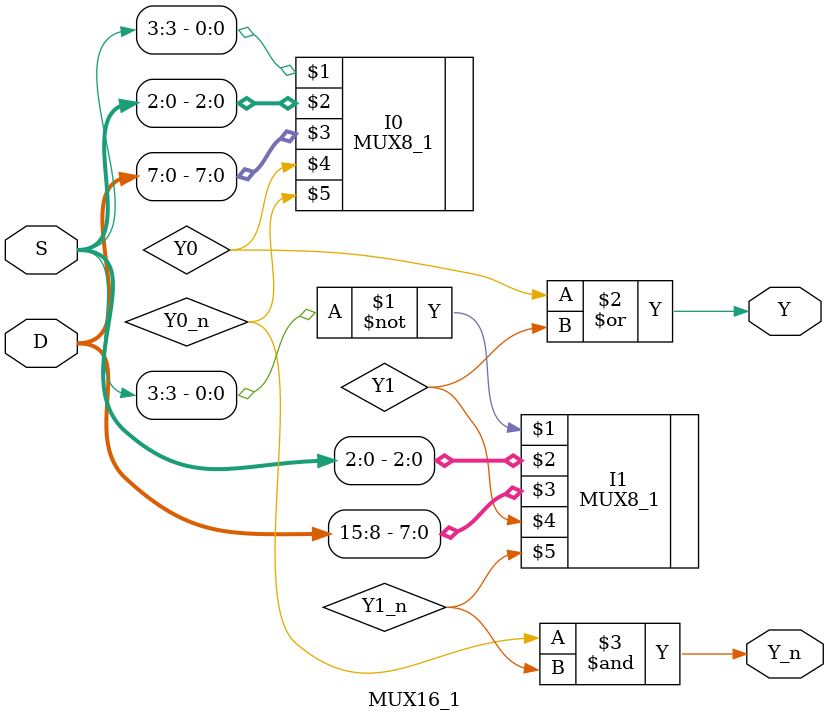
<source format=v>
module MUX16_1(S, D, Y, Y_n);
	input [3:0] S;
	input [15:0] D;
	output Y, Y_n;
	wire Y0, Y0_n, Y1, Y1_n;
	
	MUX8_1 I0 (S[3],  S[2:0], D[7:0], Y0, Y0_n);
	MUX8_1 I1 (~S[3], S[2:0], D[15:8], Y1, Y1_n);

	assign Y = Y0 | Y1;
	assign Y_n = Y0_n & Y1_n;
	 
endmodule

</source>
